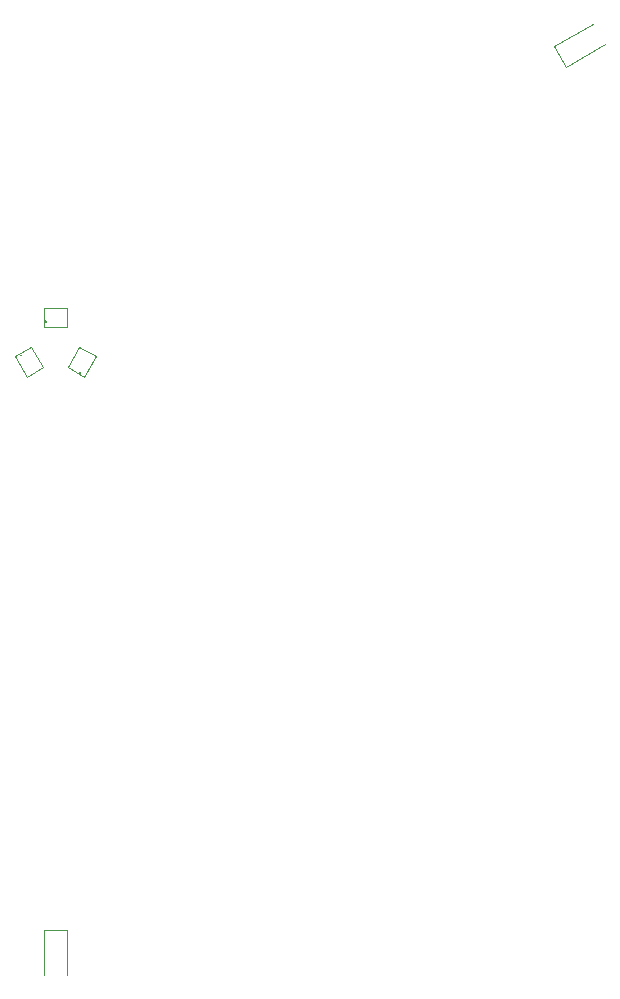
<source format=gbr>
G04 EAGLE Gerber RS-274X export*
G75*
%MOMM*%
%FSLAX34Y34*%
%LPD*%
%INSilkscreen Top*%
%IPPOS*%
%AMOC8*
5,1,8,0,0,1.08239X$1,22.5*%
G01*
G04 Define Apertures*
%ADD10C,0.050800*%
%ADD11C,0.050000*%
%ADD12C,0.127000*%
%ADD13C,0.076200*%
D10*
X47572Y50708D02*
X67572Y50708D01*
D11*
X67572Y66708D01*
X47572Y66708D01*
X47572Y50708D01*
D12*
X48931Y55329D02*
X48933Y55348D01*
X48939Y55366D01*
X48948Y55382D01*
X48961Y55396D01*
X48976Y55407D01*
X48993Y55415D01*
X49012Y55419D01*
X49030Y55419D01*
X49049Y55415D01*
X49066Y55407D01*
X49081Y55396D01*
X49094Y55382D01*
X49103Y55366D01*
X49109Y55348D01*
X49111Y55329D01*
X49109Y55310D01*
X49103Y55292D01*
X49094Y55276D01*
X49081Y55262D01*
X49066Y55251D01*
X49049Y55243D01*
X49030Y55239D01*
X49012Y55239D01*
X48993Y55243D01*
X48976Y55251D01*
X48961Y55262D01*
X48948Y55276D01*
X48939Y55292D01*
X48933Y55310D01*
X48931Y55329D01*
D10*
X23310Y25830D02*
X33310Y8510D01*
D11*
X47166Y16510D01*
X37166Y33830D01*
X23310Y25830D01*
D12*
X27946Y26886D02*
X27948Y26905D01*
X27954Y26923D01*
X27963Y26939D01*
X27976Y26953D01*
X27991Y26964D01*
X28008Y26972D01*
X28027Y26976D01*
X28045Y26976D01*
X28064Y26972D01*
X28081Y26964D01*
X28096Y26953D01*
X28109Y26939D01*
X28118Y26923D01*
X28124Y26905D01*
X28126Y26886D01*
X28124Y26867D01*
X28118Y26849D01*
X28109Y26833D01*
X28096Y26819D01*
X28081Y26808D01*
X28064Y26800D01*
X28045Y26796D01*
X28027Y26796D01*
X28008Y26800D01*
X27991Y26808D01*
X27976Y26819D01*
X27963Y26833D01*
X27954Y26849D01*
X27948Y26867D01*
X27946Y26886D01*
D10*
X81690Y8638D02*
X91690Y25958D01*
D11*
X77834Y33958D01*
X67834Y16638D01*
X81690Y8638D01*
D12*
X78323Y12203D02*
X78325Y12222D01*
X78331Y12240D01*
X78340Y12256D01*
X78353Y12270D01*
X78368Y12281D01*
X78385Y12289D01*
X78404Y12293D01*
X78422Y12293D01*
X78441Y12289D01*
X78458Y12281D01*
X78473Y12270D01*
X78486Y12256D01*
X78495Y12240D01*
X78501Y12222D01*
X78503Y12203D01*
X78501Y12184D01*
X78495Y12166D01*
X78486Y12150D01*
X78473Y12136D01*
X78458Y12125D01*
X78441Y12117D01*
X78422Y12113D01*
X78404Y12113D01*
X78385Y12117D01*
X78368Y12125D01*
X78353Y12136D01*
X78340Y12150D01*
X78331Y12166D01*
X78325Y12184D01*
X78323Y12203D01*
D13*
X479466Y288382D02*
X512462Y307432D01*
X522462Y290112D02*
X489466Y271062D01*
X479466Y288382D01*
X67623Y-459600D02*
X67623Y-497700D01*
X47623Y-497700D02*
X47623Y-459600D01*
X67623Y-459600D01*
M02*

</source>
